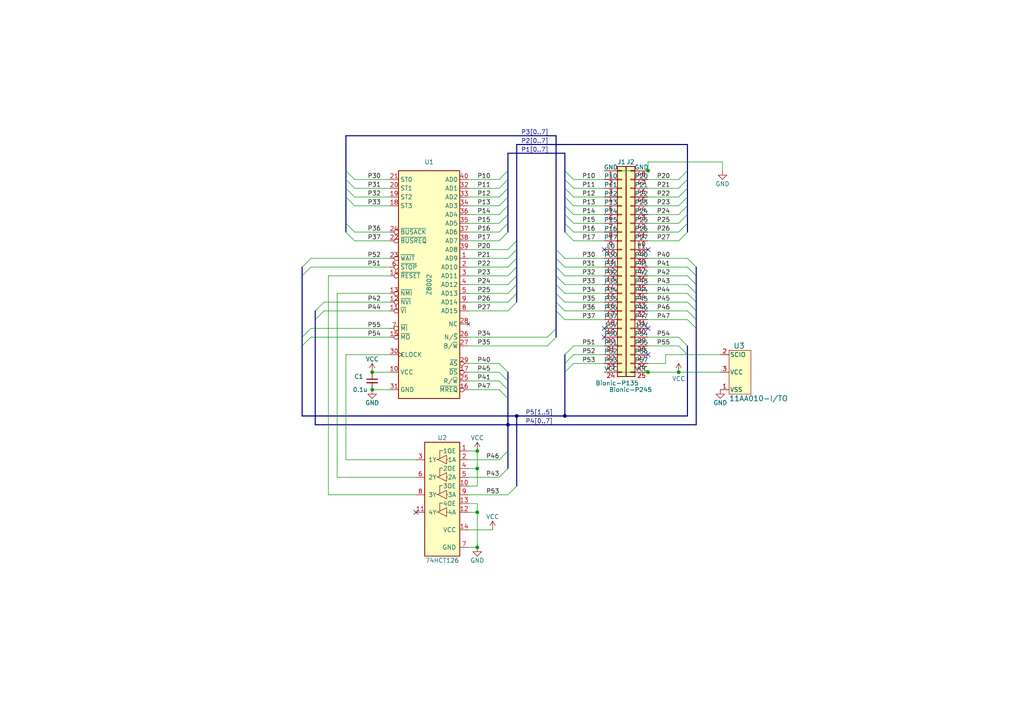
<source format=kicad_sch>
(kicad_sch (version 20230121) (generator eeschema)
  (paper "A4")
  (title_block (title "BionicZ8002") (date "2022-01-19") (rev "1") (company "Tadashi G. Takaoka"))
  (lib_symbols
    (symbol "0-LocalLibrary:11AA010-I_TO" (pin_names (offset 0.254))
      (property "Reference" "U" (at 2.54 1.27 0))
      (property "Value" "11AA010-I/TO" (at 3.81 -13.97 0))
      (symbol "11AA010-I_TO_1_1"
        (rectangle (start 0 0) (end 6.35 -12.7) (fill (type background)))
        (pin power_in line (at -2.54 -11.43 0) (length 2.54) (name "VSS") (number "1"))
        (pin bidirectional line (at -2.54 -1.27 0) (length 2.54) (name "SCIO") (number "2"))
        (pin power_in line (at -2.54 -6.35 0) (length 2.54) (name "VCC") (number "3"))
      )
    )
    (symbol "0-LocalLibrary:74HCT126" (pin_names (offset 1.016))
      (property "Reference" "U" (at 0 16.51 0))
      (property "Value" "74HCT126" (at 0 -19.05 0))
      (symbol "74HCT126_0_1"
        (polyline (pts (xy -1.2954 10.2108) (xy -1.6002 10.2108)))
        (polyline (pts (xy 1.2954 10.2362) (xy 1.651 10.2362)))
        (polyline (pts (xy 0.7112 10.5664) (xy 0.7112 12.827) (xy -0.127 12.827) (xy -0.1016 12.827)))
      )
      (symbol "74HCT126_1_0"
        (polyline (pts (xy 1.27 10.2362) (xy -1.27 11.5062) (xy -1.27 8.9662) (xy 1.27 10.2362)) (stroke (width 0.1524)))
        (pin input line (at -7.62 12.7 0) (length 2.54) (name "1OE") (number "1"))
        (pin input line (at -7.62 2.54 0) (length 2.54) (name "3OE") (number "10"))
        (pin tri_state line (at 7.62 -5.08 180) (length 2.54) (name "4Y") (number "11"))
        (pin input line (at -7.62 -5.08 0) (length 2.54) (name "4A") (number "12"))
        (pin input line (at -7.62 -2.54 0) (length 2.54) (name "4OE") (number "13"))
        (pin power_in line (at -7.62 -10.16 0) (length 2.54) (name "VCC") (number "14"))
        (pin input line (at -7.62 10.16 0) (length 2.54) (name "1A") (number "2"))
        (pin tri_state line (at 7.62 10.16 180) (length 2.54) (name "1Y") (number "3"))
        (pin input line (at -7.62 7.62 0) (length 2.54) (name "2OE") (number "4"))
        (pin input line (at -7.62 5.08 0) (length 2.54) (name "2A") (number "5"))
        (pin tri_state line (at 7.62 5.08 180) (length 2.54) (name "2Y") (number "6"))
        (pin power_in line (at -7.62 -15.24 0) (length 2.54) (name "GND") (number "7"))
        (pin tri_state line (at 7.62 0 180) (length 2.54) (name "3Y") (number "8"))
        (pin input line (at -7.62 0 0) (length 2.54) (name "3A") (number "9"))
      )
      (symbol "74HCT126_1_1"
        (rectangle (start -5.08 15.24) (end 5.08 -17.78) (stroke (width 0.254)) (fill (type background)))
        (polyline (pts (xy -1.2954 -5.0292) (xy -1.6002 -5.0292)))
        (polyline (pts (xy -1.2954 0.0508) (xy -1.6002 0.0508)))
        (polyline (pts (xy -1.2954 5.1308) (xy -1.6002 5.1308)))
        (polyline (pts (xy 1.2954 -5.0038) (xy 1.651 -5.0038)))
        (polyline (pts (xy 1.2954 0.0762) (xy 1.651 0.0762)))
        (polyline (pts (xy 1.2954 5.1562) (xy 1.651 5.1562)))
        (polyline (pts (xy 0.7112 -4.6736) (xy 0.7112 -2.413) (xy -0.127 -2.413) (xy -0.1016 -2.413)))
        (polyline (pts (xy 0.7112 0.4064) (xy 0.7112 2.667) (xy -0.127 2.667) (xy -0.1016 2.667)))
        (polyline (pts (xy 0.7112 5.4864) (xy 0.7112 7.747) (xy -0.127 7.747) (xy -0.1016 7.747)))
        (polyline (pts (xy 1.27 -5.0038) (xy -1.27 -3.7338) (xy -1.27 -6.2738) (xy 1.27 -5.0038)) (stroke (width 0.1524)))
        (polyline (pts (xy 1.27 0.0762) (xy -1.27 1.3462) (xy -1.27 -1.1938) (xy 1.27 0.0762)) (stroke (width 0.1524)))
        (polyline (pts (xy 1.27 5.1562) (xy -1.27 6.4262) (xy -1.27 3.8862) (xy 1.27 5.1562)) (stroke (width 0.1524)))
      )
    )
    (symbol "0-LocalLibrary:Bionic-P135" (pin_names (offset 0))
      (property "Reference" "J" (at 0 30.48 0))
      (property "Value" "Bionic-P135" (at -1.27 -33.02 0))
      (symbol "Bionic-P135_1_1"
        (rectangle (start -1.27 -30.353) (end 0 -30.607) (stroke (width 0.1524)))
        (rectangle (start -1.27 -27.813) (end 0 -28.067) (stroke (width 0.1524)))
        (rectangle (start -1.27 -25.273) (end 0 -25.527) (stroke (width 0.1524)))
        (rectangle (start -1.27 -22.733) (end 0 -22.987) (stroke (width 0.1524)))
        (rectangle (start -1.27 -20.193) (end 0 -20.447) (stroke (width 0.1524)))
        (rectangle (start -1.27 -17.653) (end 0 -17.907) (stroke (width 0.1524)))
        (rectangle (start -1.27 -15.113) (end 0 -15.367) (stroke (width 0.1524)))
        (rectangle (start -1.27 -12.573) (end 0 -12.827) (stroke (width 0.1524)))
        (rectangle (start -1.27 -10.033) (end 0 -10.287) (stroke (width 0.1524)))
        (rectangle (start -1.27 -7.493) (end 0 -7.747) (stroke (width 0.1524)))
        (rectangle (start -1.27 -4.953) (end 0 -5.207) (stroke (width 0.1524)))
        (rectangle (start -1.27 -2.413) (end 0 -2.667) (stroke (width 0.1524)))
        (rectangle (start -1.27 0.127) (end 0 -0.127) (stroke (width 0.1524)))
        (rectangle (start -1.27 2.667) (end 0 2.413) (stroke (width 0.1524)))
        (rectangle (start -1.27 5.207) (end 0 4.953) (stroke (width 0.1524)))
        (rectangle (start -1.27 7.747) (end 0 7.493) (stroke (width 0.1524)))
        (rectangle (start -1.27 10.287) (end 0 10.033) (stroke (width 0.1524)))
        (rectangle (start -1.27 12.827) (end 0 12.573) (stroke (width 0.1524)))
        (rectangle (start -1.27 15.367) (end 0 15.113) (stroke (width 0.1524)))
        (rectangle (start -1.27 17.907) (end 0 17.653) (stroke (width 0.1524)))
        (rectangle (start -1.27 20.447) (end 0 20.193) (stroke (width 0.1524)))
        (rectangle (start -1.27 22.987) (end 0 22.733) (stroke (width 0.1524)))
        (rectangle (start -1.27 25.527) (end 0 25.273) (stroke (width 0.1524)))
        (rectangle (start -1.27 28.067) (end 0 27.813) (stroke (width 0.1524)))
        (rectangle (start -1.27 29.21) (end 1.27 -31.75) (stroke (width 0.254)) (fill (type background)))
        (pin power_out line (at -5.08 27.94 0) (length 3.81) (name "GND") (number "1"))
        (pin bidirectional line (at -5.08 5.08 0) (length 3.81) (name "E0") (number "10"))
        (pin bidirectional line (at -5.08 2.54 0) (length 3.81) (name "P30") (number "11"))
        (pin bidirectional line (at -5.08 0 0) (length 3.81) (name "P31") (number "12"))
        (pin bidirectional line (at -5.08 -2.54 0) (length 3.81) (name "P32") (number "13"))
        (pin bidirectional line (at -5.08 -5.08 0) (length 3.81) (name "P33") (number "14"))
        (pin bidirectional line (at -5.08 -7.62 0) (length 3.81) (name "P34") (number "15"))
        (pin bidirectional line (at -5.08 -10.16 0) (length 3.81) (name "P35") (number "16"))
        (pin bidirectional line (at -5.08 -12.7 0) (length 3.81) (name "P36") (number "17"))
        (pin bidirectional line (at -5.08 -15.24 0) (length 3.81) (name "P37") (number "18"))
        (pin power_out line (at -5.08 -17.78 0) (length 3.81) (name "15V") (number "19"))
        (pin bidirectional line (at -5.08 25.4 0) (length 3.81) (name "P10") (number "2"))
        (pin bidirectional line (at -5.08 -20.32 0) (length 3.81) (name "P50") (number "20"))
        (pin bidirectional line (at -5.08 -22.86 0) (length 3.81) (name "P51") (number "21"))
        (pin bidirectional line (at -5.08 -25.4 0) (length 3.81) (name "P52") (number "22"))
        (pin bidirectional line (at -5.08 -27.94 0) (length 3.81) (name "P53") (number "23"))
        (pin power_out line (at -5.08 -30.48 0) (length 3.81) (name "VCC") (number "24"))
        (pin bidirectional line (at -5.08 22.86 0) (length 3.81) (name "P11") (number "3"))
        (pin bidirectional line (at -5.08 20.32 0) (length 3.81) (name "P12") (number "4"))
        (pin bidirectional line (at -5.08 17.78 0) (length 3.81) (name "P13") (number "5"))
        (pin bidirectional line (at -5.08 15.24 0) (length 3.81) (name "P14") (number "6"))
        (pin bidirectional line (at -5.08 12.7 0) (length 3.81) (name "P15") (number "7"))
        (pin bidirectional line (at -5.08 10.16 0) (length 3.81) (name "P16") (number "8"))
        (pin bidirectional line (at -5.08 7.62 0) (length 3.81) (name "P17") (number "9"))
      )
    )
    (symbol "0-LocalLibrary:Bionic-P245" (pin_names (offset 0))
      (property "Reference" "J" (at -3.81 30.48 0))
      (property "Value" "Bionic-P245" (at -1.27 -33.02 0))
      (symbol "Bionic-P245_1_1"
        (rectangle (start -5.08 -31.75) (end -2.54 29.21) (stroke (width 0.254)) (fill (type background)))
        (rectangle (start -3.81 -30.607) (end -2.54 -30.353) (stroke (width 0.1524)))
        (rectangle (start -3.81 -28.067) (end -2.54 -27.813) (stroke (width 0.1524)))
        (rectangle (start -3.81 -25.527) (end -2.54 -25.273) (stroke (width 0.1524)))
        (rectangle (start -3.81 -22.987) (end -2.54 -22.733) (stroke (width 0.1524)))
        (rectangle (start -3.81 -20.447) (end -2.54 -20.193) (stroke (width 0.1524)))
        (rectangle (start -3.81 -17.907) (end -2.54 -17.653) (stroke (width 0.1524)))
        (rectangle (start -3.81 -15.367) (end -2.54 -15.113) (stroke (width 0.1524)))
        (rectangle (start -3.81 -12.827) (end -2.54 -12.573) (stroke (width 0.1524)))
        (rectangle (start -3.81 -10.287) (end -2.54 -10.033) (stroke (width 0.1524)))
        (rectangle (start -3.81 -7.747) (end -2.54 -7.493) (stroke (width 0.1524)))
        (rectangle (start -3.81 -5.207) (end -2.54 -4.953) (stroke (width 0.1524)))
        (rectangle (start -3.81 -2.667) (end -2.54 -2.413) (stroke (width 0.1524)))
        (rectangle (start -3.81 -0.127) (end -2.54 0.127) (stroke (width 0.1524)))
        (rectangle (start -3.81 2.413) (end -2.54 2.667) (stroke (width 0.1524)))
        (rectangle (start -3.81 4.953) (end -2.54 5.207) (stroke (width 0.1524)))
        (rectangle (start -3.81 7.493) (end -2.54 7.747) (stroke (width 0.1524)))
        (rectangle (start -3.81 10.033) (end -2.54 10.287) (stroke (width 0.1524)))
        (rectangle (start -3.81 12.573) (end -2.54 12.827) (stroke (width 0.1524)))
        (rectangle (start -3.81 15.113) (end -2.54 15.367) (stroke (width 0.1524)))
        (rectangle (start -3.81 17.653) (end -2.54 17.907) (stroke (width 0.1524)))
        (rectangle (start -3.81 20.193) (end -2.54 20.447) (stroke (width 0.1524)))
        (rectangle (start -3.81 22.733) (end -2.54 22.987) (stroke (width 0.1524)))
        (rectangle (start -3.81 25.273) (end -2.54 25.527) (stroke (width 0.1524)))
        (rectangle (start -3.81 27.813) (end -2.54 28.067) (stroke (width 0.1524)))
        (pin power_in line (at 1.27 -30.48 180) (length 3.81) (name "VCC") (number "25"))
        (pin bidirectional line (at 1.27 -27.94 180) (length 3.81) (name "P57") (number "26"))
        (pin bidirectional line (at 1.27 -25.4 180) (length 3.81) (name "P56") (number "27"))
        (pin bidirectional line (at 1.27 -22.86 180) (length 3.81) (name "P55") (number "28"))
        (pin bidirectional line (at 1.27 -20.32 180) (length 3.81) (name "P54") (number "29"))
        (pin power_in line (at 1.27 -17.78 180) (length 3.81) (name "15V") (number "30"))
        (pin bidirectional line (at 1.27 -15.24 180) (length 3.81) (name "P47") (number "31"))
        (pin bidirectional line (at 1.27 -12.7 180) (length 3.81) (name "P46") (number "32"))
        (pin bidirectional line (at 1.27 -10.16 180) (length 3.81) (name "P45") (number "33"))
        (pin bidirectional line (at 1.27 -7.62 180) (length 3.81) (name "P44") (number "34"))
        (pin bidirectional line (at 1.27 -5.08 180) (length 3.81) (name "P43") (number "35"))
        (pin bidirectional line (at 1.27 -2.54 180) (length 3.81) (name "P42") (number "36"))
        (pin bidirectional line (at 1.27 0 180) (length 3.81) (name "P41") (number "37"))
        (pin bidirectional line (at 1.27 2.54 180) (length 3.81) (name "P40") (number "38"))
        (pin bidirectional line (at 1.27 5.08 180) (length 3.81) (name "E1") (number "39"))
        (pin bidirectional line (at 1.27 7.62 180) (length 3.81) (name "P27") (number "40"))
        (pin bidirectional line (at 1.27 10.16 180) (length 3.81) (name "P26") (number "41"))
        (pin bidirectional line (at 1.27 12.7 180) (length 3.81) (name "P25") (number "42"))
        (pin bidirectional line (at 1.27 15.24 180) (length 3.81) (name "P24") (number "43"))
        (pin bidirectional line (at 1.27 17.78 180) (length 3.81) (name "P23") (number "44"))
        (pin bidirectional line (at 1.27 20.32 180) (length 3.81) (name "P22") (number "45"))
        (pin bidirectional line (at 1.27 22.86 180) (length 3.81) (name "P21") (number "46"))
        (pin bidirectional line (at 1.27 25.4 180) (length 3.81) (name "P20") (number "47"))
        (pin power_in line (at 1.27 27.94 180) (length 3.81) (name "GND") (number "48"))
      )
    )
    (symbol "0-LocalLibrary:Z8002"
      (property "Reference" "U" (at -1.27 34.29 0))
      (property "Value" "Z8002" (at 0 -3.81 90))
      (symbol "Z8002_0_1"
        (rectangle (start -8.89 -33.02) (end 8.89 33.02) (stroke (width 0.254)) (fill (type background)))
      )
      (symbol "Z8002_1_1"
        (pin bidirectional line (at 11.43 7.62 180) (length 2.54) (name "AD9") (number "1"))
        (pin power_in line (at -11.43 -25.4 0) (length 2.54) (name "VCC") (number "10"))
        (pin input inverted (at -11.43 -7.62 0) (length 2.54) (name "~{VI}") (number "11"))
        (pin input inverted (at -11.43 -5.08 0) (length 2.54) (name "~{NVI}") (number "12"))
        (pin input inverted (at -11.43 -2.54 0) (length 2.54) (name "~{NMI}") (number "13"))
        (pin input inverted (at -11.43 2.54 0) (length 2.54) (name "~{RESET}") (number "14"))
        (pin output inverted (at -11.43 -15.24 0) (length 2.54) (name "~{MO}") (number "15"))
        (pin output inverted (at 11.43 -30.48 180) (length 2.54) (name "~{MREQ}") (number "16"))
        (pin output inverted (at 11.43 -25.4 180) (length 2.54) (name "~{DS}") (number "17"))
        (pin output line (at -11.43 22.86 0) (length 2.54) (name "ST3") (number "18"))
        (pin output line (at -11.43 25.4 0) (length 2.54) (name "ST2") (number "19"))
        (pin bidirectional line (at 11.43 5.08 180) (length 2.54) (name "AD10") (number "2"))
        (pin output line (at -11.43 27.94 0) (length 2.54) (name "ST1") (number "20"))
        (pin output line (at -11.43 30.48 0) (length 2.54) (name "ST0") (number "21"))
        (pin input inverted (at -11.43 12.7 0) (length 2.54) (name "~{BUSREQ}") (number "22"))
        (pin input inverted (at -11.43 7.62 0) (length 2.54) (name "~{WAIT}") (number "23"))
        (pin output inverted (at -11.43 15.24 0) (length 2.54) (name "~{BUSACK}") (number "24"))
        (pin output line (at 11.43 -27.94 180) (length 2.54) (name "R/~{W}") (number "25"))
        (pin output line (at 11.43 -15.24 180) (length 2.54) (name "N/~{S}") (number "26"))
        (pin output line (at 11.43 -17.78 180) (length 2.54) (name "B/~{W}") (number "27"))
        (pin no_connect line (at 11.43 -11.43 180) (length 2.54) (name "NC") (number "28"))
        (pin output inverted (at 11.43 -22.86 180) (length 2.54) (name "~{AS}") (number "29"))
        (pin bidirectional line (at 11.43 2.54 180) (length 2.54) (name "AD11") (number "3"))
        (pin input clock (at -11.43 -20.32 0) (length 2.54) (name "CLOCK") (number "30"))
        (pin power_in line (at -11.43 -30.48 0) (length 2.54) (name "GND") (number "31"))
        (pin bidirectional line (at 11.43 27.94 180) (length 2.54) (name "AD1") (number "32"))
        (pin bidirectional line (at 11.43 25.4 180) (length 2.54) (name "AD2") (number "33"))
        (pin bidirectional line (at 11.43 22.86 180) (length 2.54) (name "AD3") (number "34"))
        (pin bidirectional line (at 11.43 17.78 180) (length 2.54) (name "AD5") (number "35"))
        (pin bidirectional line (at 11.43 20.32 180) (length 2.54) (name "AD4") (number "36"))
        (pin bidirectional line (at 11.43 15.24 180) (length 2.54) (name "AD6") (number "37"))
        (pin bidirectional line (at 11.43 12.7 180) (length 2.54) (name "AD7") (number "38"))
        (pin bidirectional line (at 11.43 10.16 180) (length 2.54) (name "AD8") (number "39"))
        (pin bidirectional line (at 11.43 0 180) (length 2.54) (name "AD12") (number "4"))
        (pin bidirectional line (at 11.43 30.48 180) (length 2.54) (name "AD0") (number "40"))
        (pin bidirectional line (at 11.43 -2.54 180) (length 2.54) (name "AD13") (number "5"))
        (pin input inverted (at -11.43 5.08 0) (length 2.54) (name "~{STOP}") (number "6"))
        (pin input inverted (at -11.43 -12.7 0) (length 2.54) (name "~{MI}") (number "7"))
        (pin bidirectional line (at 11.43 -7.62 180) (length 2.54) (name "AD15") (number "8"))
        (pin bidirectional line (at 11.43 -5.08 180) (length 2.54) (name "AD14") (number "9"))
      )
    )
    (symbol "Device:C_Small" (pin_numbers hide) (pin_names (offset 0.254) hide)
      (property "Reference" "C" (at 0.254 1.778 0))
      (property "Value" "C_Small" (at 0.254 -2.032 0))
      (symbol "C_Small_0_1"
        (polyline (pts (xy -1.524 -0.508) (xy 1.524 -0.508)) (stroke (width 0.3302)))
        (polyline (pts (xy -1.524 0.508) (xy 1.524 0.508)) (stroke (width 0.3048)))
      )
      (symbol "C_Small_1_1"
        (pin passive line (at 0 2.54 270) (length 2.032) (name "~") (number "1"))
        (pin passive line (at 0 -2.54 90) (length 2.032) (name "~") (number "2"))
      )
    )
    (symbol "power:GND" (power) (pin_names (offset 0))
      (property "Value" "GND" (at 0 -3.81 0))
      (symbol "GND_0_1"
        (polyline (pts (xy 0 0) (xy 0 -1.27) (xy 1.27 -1.27) (xy 0 -2.54) (xy -1.27 -1.27) (xy 0 -1.27)))
      )
      (symbol "GND_1_1"
        (pin power_in line (at 0 0 270) (length 0) hide (name "GND") (number "1"))
      )
    )
    (symbol "power:VCC" (power) (pin_names (offset 0))
      (property "Value" "VCC" (at 0 3.81 0))
      (symbol "VCC_0_1"
        (polyline (pts (xy -0.762 1.27) (xy 0 2.54)))
        (polyline (pts (xy 0 0) (xy 0 2.54)))
        (polyline (pts (xy 0 2.54) (xy 0.762 1.27)))
      )
      (symbol "VCC_1_1"
        (pin power_in line (at 0 0 90) (length 0) hide (name "VCC") (number "1"))
      )
    )
  )
  (junction (at 138.43 135.89))
  (junction (at 163.83 120.65))
  (junction (at 196.85 107.95))
  (junction (at 138.43 130.81))
  (junction (at 107.95 107.95))
  (junction (at 138.43 158.75))
  (junction (at 187.96 49.53))
  (junction (at 107.95 113.03))
  (junction (at 138.43 148.59))
  (junction (at 147.32 123.19))
  (junction (at 149.86 120.65))
  (junction (at 187.96 107.95))
  (no_connect (at 187.96 102.87))
  (no_connect (at 120.65 148.59))
  (no_connect (at 187.96 72.39))
  (no_connect (at 187.96 95.25))
  (no_connect (at 175.26 95.25))
  (no_connect (at 175.26 72.39))
  (no_connect (at 175.26 97.79))
  (bus_entry (at 199.39 57.15) (size -2.54 2.54))
  (bus_entry (at 149.86 140.97) (size -2.54 2.54))
  (bus_entry (at 199.39 54.61) (size -2.54 2.54))
  (bus_entry (at 91.44 92.71) (size 2.54 -2.54))
  (bus_entry (at 199.39 80.01) (size 2.54 2.54))
  (bus_entry (at 100.33 49.53) (size 2.54 2.54))
  (bus_entry (at 199.39 87.63) (size 2.54 2.54))
  (bus_entry (at 166.37 64.77) (size -2.54 -2.54))
  (bus_entry (at 166.37 105.41) (size -2.54 2.54))
  (bus_entry (at 163.83 77.47) (size -2.54 -2.54))
  (bus_entry (at 166.37 100.33) (size -2.54 2.54))
  (bus_entry (at 149.86 69.85) (size -2.54 2.54))
  (bus_entry (at 196.85 97.79) (size 2.54 2.54))
  (bus_entry (at 144.78 107.95) (size 2.54 2.54))
  (bus_entry (at 199.39 85.09) (size 2.54 2.54))
  (bus_entry (at 149.86 87.63) (size -2.54 2.54))
  (bus_entry (at 144.78 52.07) (size 2.54 -2.54))
  (bus_entry (at 144.78 69.85) (size 2.54 -2.54))
  (bus_entry (at 163.83 87.63) (size -2.54 -2.54))
  (bus_entry (at 90.17 74.93) (size -2.54 2.54))
  (bus_entry (at 144.78 64.77) (size 2.54 -2.54))
  (bus_entry (at 199.39 64.77) (size -2.54 2.54))
  (bus_entry (at 199.39 62.23) (size -2.54 2.54))
  (bus_entry (at 163.83 80.01) (size -2.54 -2.54))
  (bus_entry (at 100.33 67.31) (size 2.54 2.54))
  (bus_entry (at 163.83 82.55) (size -2.54 -2.54))
  (bus_entry (at 166.37 54.61) (size -2.54 -2.54))
  (bus_entry (at 199.39 74.93) (size 2.54 2.54))
  (bus_entry (at 149.86 85.09) (size -2.54 2.54))
  (bus_entry (at 149.86 74.93) (size -2.54 2.54))
  (bus_entry (at 147.32 130.81) (size -2.54 2.54))
  (bus_entry (at 166.37 59.69) (size -2.54 -2.54))
  (bus_entry (at 144.78 113.03) (size 2.54 2.54))
  (bus_entry (at 166.37 67.31) (size -2.54 -2.54))
  (bus_entry (at 166.37 102.87) (size -2.54 2.54))
  (bus_entry (at 166.37 57.15) (size -2.54 -2.54))
  (bus_entry (at 166.37 52.07) (size -2.54 -2.54))
  (bus_entry (at 161.29 95.25) (size -2.54 2.54))
  (bus_entry (at 87.63 100.33) (size 2.54 -2.54))
  (bus_entry (at 144.78 105.41) (size 2.54 2.54))
  (bus_entry (at 166.37 62.23) (size -2.54 -2.54))
  (bus_entry (at 199.39 59.69) (size -2.54 2.54))
  (bus_entry (at 199.39 92.71) (size 2.54 2.54))
  (bus_entry (at 100.33 57.15) (size 2.54 2.54))
  (bus_entry (at 199.39 90.17) (size 2.54 2.54))
  (bus_entry (at 163.83 85.09) (size -2.54 -2.54))
  (bus_entry (at 199.39 49.53) (size -2.54 2.54))
  (bus_entry (at 144.78 110.49) (size 2.54 2.54))
  (bus_entry (at 196.85 100.33) (size 2.54 2.54))
  (bus_entry (at 144.78 57.15) (size 2.54 -2.54))
  (bus_entry (at 91.44 90.17) (size 2.54 -2.54))
  (bus_entry (at 144.78 67.31) (size 2.54 -2.54))
  (bus_entry (at 100.33 54.61) (size 2.54 2.54))
  (bus_entry (at 161.29 97.79) (size -2.54 2.54))
  (bus_entry (at 149.86 80.01) (size -2.54 2.54))
  (bus_entry (at 100.33 64.77) (size 2.54 2.54))
  (bus_entry (at 199.39 82.55) (size 2.54 2.54))
  (bus_entry (at 163.83 74.93) (size -2.54 -2.54))
  (bus_entry (at 144.78 54.61) (size 2.54 -2.54))
  (bus_entry (at 149.86 82.55) (size -2.54 2.54))
  (bus_entry (at 166.37 69.85) (size -2.54 -2.54))
  (bus_entry (at 149.86 77.47) (size -2.54 2.54))
  (bus_entry (at 199.39 52.07) (size -2.54 2.54))
  (bus_entry (at 147.32 135.89) (size -2.54 2.54))
  (bus_entry (at 163.83 92.71) (size -2.54 -2.54))
  (bus_entry (at 100.33 52.07) (size 2.54 2.54))
  (bus_entry (at 199.39 77.47) (size 2.54 2.54))
  (bus_entry (at 87.63 97.79) (size 2.54 -2.54))
  (bus_entry (at 149.86 72.39) (size -2.54 2.54))
  (bus_entry (at 144.78 59.69) (size 2.54 -2.54))
  (bus_entry (at 90.17 77.47) (size -2.54 2.54))
  (bus_entry (at 199.39 67.31) (size -2.54 2.54))
  (bus_entry (at 163.83 90.17) (size -2.54 -2.54))
  (bus_entry (at 144.78 62.23) (size 2.54 -2.54))
  (bus (pts (xy 161.29 82.55) (xy 161.29 80.01)))
  (wire (pts (xy 102.87 59.69) (xy 113.03 59.69)))
  (wire (pts (xy 135.89 59.69) (xy 144.78 59.69)))
  (bus (pts (xy 199.39 62.23) (xy 199.39 64.77)))
  (wire (pts (xy 175.26 80.01) (xy 163.83 80.01)))
  (wire (pts (xy 193.04 105.41) (xy 193.04 102.87)))
  (bus (pts (xy 161.29 87.63) (xy 161.29 85.09)))
  (wire (pts (xy 199.39 102.87) (xy 208.915 102.87)))
  (bus (pts (xy 163.83 57.15) (xy 163.83 59.69)))
  (bus (pts (xy 199.39 41.91) (xy 149.86 41.91)))
  (wire (pts (xy 102.87 67.31) (xy 113.03 67.31)))
  (wire (pts (xy 163.83 90.17) (xy 175.26 90.17)))
  (wire (pts (xy 135.89 90.17) (xy 147.32 90.17)))
  (bus (pts (xy 149.86 85.09) (xy 149.86 87.63)))
  (wire (pts (xy 138.43 146.05) (xy 138.43 148.59)))
  (bus (pts (xy 199.39 49.53) (xy 199.39 52.07)))
  (bus (pts (xy 201.93 80.01) (xy 201.93 82.55)))
  (bus (pts (xy 199.39 64.77) (xy 199.39 67.31)))
  (bus (pts (xy 149.86 69.85) (xy 149.86 72.39)))
  (wire (pts (xy 135.89 97.79) (xy 158.75 97.79)))
  (wire (pts (xy 138.43 140.97) (xy 138.43 135.89)))
  (wire (pts (xy 102.87 69.85) (xy 113.03 69.85)))
  (bus (pts (xy 161.29 74.93) (xy 161.29 72.39)))
  (wire (pts (xy 135.89 143.51) (xy 147.32 143.51)))
  (bus (pts (xy 147.32 123.19) (xy 91.44 123.19)))
  (wire (pts (xy 120.65 133.35) (xy 100.33 133.35)))
  (wire (pts (xy 102.87 57.15) (xy 113.03 57.15)))
  (wire (pts (xy 135.89 74.93) (xy 147.32 74.93)))
  (bus (pts (xy 201.93 87.63) (xy 201.93 90.17)))
  (wire (pts (xy 102.87 54.61) (xy 113.03 54.61)))
  (wire (pts (xy 175.26 100.33) (xy 166.37 100.33)))
  (bus (pts (xy 147.32 64.77) (xy 147.32 67.31)))
  (wire (pts (xy 187.96 54.61) (xy 196.85 54.61)))
  (wire (pts (xy 193.04 102.87) (xy 199.39 102.87)))
  (wire (pts (xy 135.89 67.31) (xy 144.78 67.31)))
  (bus (pts (xy 147.32 49.53) (xy 147.32 52.07)))
  (wire (pts (xy 135.89 153.67) (xy 142.875 153.67)))
  (bus (pts (xy 201.93 123.19) (xy 147.32 123.19)))
  (wire (pts (xy 138.43 130.81) (xy 138.43 135.89)))
  (wire (pts (xy 175.26 69.85) (xy 166.37 69.85)))
  (bus (pts (xy 100.33 39.37) (xy 100.33 49.53)))
  (wire (pts (xy 187.96 82.55) (xy 199.39 82.55)))
  (bus (pts (xy 199.39 57.15) (xy 199.39 59.69)))
  (bus (pts (xy 163.83 64.77) (xy 163.83 67.31)))
  (bus (pts (xy 163.83 62.23) (xy 163.83 64.77)))
  (bus (pts (xy 201.93 77.47) (xy 201.93 80.01)))
  (bus (pts (xy 149.86 77.47) (xy 149.86 80.01)))
  (bus (pts (xy 201.93 82.55) (xy 201.93 85.09)))
  (bus (pts (xy 163.83 102.87) (xy 163.83 105.41)))
  (wire (pts (xy 135.89 72.39) (xy 147.32 72.39)))
  (wire (pts (xy 135.89 57.15) (xy 144.78 57.15)))
  (wire (pts (xy 135.89 69.85) (xy 144.78 69.85)))
  (bus (pts (xy 199.39 102.87) (xy 199.39 120.65)))
  (wire (pts (xy 175.26 49.53) (xy 187.96 49.53)))
  (wire (pts (xy 135.89 82.55) (xy 147.32 82.55)))
  (bus (pts (xy 100.33 54.61) (xy 100.33 57.15)))
  (wire (pts (xy 100.33 102.87) (xy 100.33 133.35)))
  (bus (pts (xy 147.32 115.57) (xy 147.32 123.19)))
  (wire (pts (xy 138.43 148.59) (xy 138.43 158.75)))
  (bus (pts (xy 199.39 54.61) (xy 199.39 57.15)))
  (wire (pts (xy 135.89 54.61) (xy 144.78 54.61)))
  (wire (pts (xy 107.95 113.03) (xy 113.03 113.03)))
  (wire (pts (xy 187.96 52.07) (xy 196.85 52.07)))
  (bus (pts (xy 147.32 130.81) (xy 147.32 135.89)))
  (wire (pts (xy 135.89 146.05) (xy 138.43 146.05)))
  (wire (pts (xy 90.17 95.25) (xy 113.03 95.25)))
  (wire (pts (xy 135.89 110.49) (xy 144.78 110.49)))
  (wire (pts (xy 187.96 59.69) (xy 196.85 59.69)))
  (bus (pts (xy 161.29 90.17) (xy 161.29 95.25)))
  (wire (pts (xy 175.26 107.95) (xy 187.96 107.95)))
  (wire (pts (xy 113.03 102.87) (xy 100.33 102.87)))
  (wire (pts (xy 187.96 74.93) (xy 199.39 74.93)))
  (wire (pts (xy 175.26 59.69) (xy 166.37 59.69)))
  (bus (pts (xy 87.63 97.79) (xy 87.63 100.33)))
  (wire (pts (xy 135.89 80.01) (xy 147.32 80.01)))
  (wire (pts (xy 187.96 80.01) (xy 199.39 80.01)))
  (bus (pts (xy 149.86 80.01) (xy 149.86 82.55)))
  (bus (pts (xy 149.86 120.65) (xy 163.83 120.65)))
  (bus (pts (xy 91.44 92.71) (xy 91.44 123.19)))
  (wire (pts (xy 135.89 148.59) (xy 138.43 148.59)))
  (wire (pts (xy 135.89 64.77) (xy 144.78 64.77)))
  (wire (pts (xy 95.25 80.01) (xy 113.03 80.01)))
  (bus (pts (xy 161.29 85.09) (xy 161.29 82.55)))
  (wire (pts (xy 175.26 54.61) (xy 166.37 54.61)))
  (wire (pts (xy 175.26 102.87) (xy 166.37 102.87)))
  (wire (pts (xy 97.79 85.09) (xy 97.79 138.43)))
  (wire (pts (xy 135.89 130.81) (xy 138.43 130.81)))
  (wire (pts (xy 187.96 85.09) (xy 199.39 85.09)))
  (wire (pts (xy 135.89 133.35) (xy 144.78 133.35)))
  (bus (pts (xy 201.93 95.25) (xy 201.93 123.19)))
  (wire (pts (xy 113.03 77.47) (xy 90.17 77.47)))
  (bus (pts (xy 147.32 52.07) (xy 147.32 54.61)))
  (wire (pts (xy 135.89 77.47) (xy 147.32 77.47)))
  (bus (pts (xy 199.39 41.91) (xy 199.39 49.53)))
  (wire (pts (xy 175.26 67.31) (xy 166.37 67.31)))
  (bus (pts (xy 100.33 64.77) (xy 100.33 67.31)))
  (wire (pts (xy 93.98 87.63) (xy 113.03 87.63)))
  (bus (pts (xy 149.86 120.65) (xy 149.86 140.97)))
  (wire (pts (xy 196.85 107.95) (xy 208.915 107.95)))
  (wire (pts (xy 120.65 143.51) (xy 95.25 143.51)))
  (wire (pts (xy 107.95 107.95) (xy 113.03 107.95)))
  (bus (pts (xy 100.33 49.53) (xy 100.33 52.07)))
  (wire (pts (xy 175.26 92.71) (xy 163.83 92.71)))
  (wire (pts (xy 97.79 138.43) (xy 120.65 138.43)))
  (bus (pts (xy 163.83 52.07) (xy 163.83 54.61)))
  (bus (pts (xy 147.32 54.61) (xy 147.32 57.15)))
  (wire (pts (xy 175.26 64.77) (xy 166.37 64.77)))
  (bus (pts (xy 201.93 85.09) (xy 201.93 87.63)))
  (wire (pts (xy 187.96 97.79) (xy 196.85 97.79)))
  (bus (pts (xy 87.63 80.01) (xy 87.63 97.79)))
  (bus (pts (xy 87.63 120.65) (xy 149.86 120.65)))
  (bus (pts (xy 199.39 52.07) (xy 199.39 54.61)))
  (wire (pts (xy 187.96 46.99) (xy 209.55 46.99)))
  (bus (pts (xy 87.63 77.47) (xy 87.63 80.01)))
  (wire (pts (xy 187.96 62.23) (xy 196.85 62.23)))
  (bus (pts (xy 149.86 82.55) (xy 149.86 85.09)))
  (wire (pts (xy 175.26 57.15) (xy 166.37 57.15)))
  (bus (pts (xy 163.83 54.61) (xy 163.83 57.15)))
  (bus (pts (xy 87.63 100.33) (xy 87.63 120.65)))
  (bus (pts (xy 161.29 90.17) (xy 161.29 87.63)))
  (wire (pts (xy 187.96 77.47) (xy 199.39 77.47)))
  (wire (pts (xy 187.96 105.41) (xy 193.04 105.41)))
  (wire (pts (xy 135.89 135.89) (xy 138.43 135.89)))
  (bus (pts (xy 163.83 105.41) (xy 163.83 107.95)))
  (wire (pts (xy 175.26 105.41) (xy 166.37 105.41)))
  (wire (pts (xy 135.89 87.63) (xy 147.32 87.63)))
  (wire (pts (xy 187.96 57.15) (xy 196.85 57.15)))
  (wire (pts (xy 135.89 140.97) (xy 138.43 140.97)))
  (wire (pts (xy 187.96 87.63) (xy 199.39 87.63)))
  (wire (pts (xy 113.03 85.09) (xy 97.79 85.09)))
  (bus (pts (xy 163.83 107.95) (xy 163.83 120.65)))
  (bus (pts (xy 161.29 77.47) (xy 161.29 74.93)))
  (wire (pts (xy 135.89 62.23) (xy 144.78 62.23)))
  (bus (pts (xy 100.33 39.37) (xy 161.29 39.37)))
  (wire (pts (xy 90.17 97.79) (xy 113.03 97.79)))
  (wire (pts (xy 135.89 100.33) (xy 158.75 100.33)))
  (bus (pts (xy 161.29 95.25) (xy 161.29 97.79)))
  (wire (pts (xy 102.87 52.07) (xy 113.03 52.07)))
  (bus (pts (xy 147.32 113.03) (xy 147.32 115.57)))
  (wire (pts (xy 187.96 92.71) (xy 199.39 92.71)))
  (wire (pts (xy 175.26 62.23) (xy 166.37 62.23)))
  (wire (pts (xy 135.89 85.09) (xy 147.32 85.09)))
  (bus (pts (xy 149.86 41.91) (xy 149.86 69.85)))
  (bus (pts (xy 147.32 107.95) (xy 147.32 110.49)))
  (bus (pts (xy 147.32 44.45) (xy 163.83 44.45)))
  (wire (pts (xy 144.78 138.43) (xy 135.89 138.43)))
  (bus (pts (xy 147.32 57.15) (xy 147.32 59.69)))
  (bus (pts (xy 149.86 72.39) (xy 149.86 74.93)))
  (wire (pts (xy 163.83 87.63) (xy 175.26 87.63)))
  (wire (pts (xy 93.98 90.17) (xy 113.03 90.17)))
  (bus (pts (xy 147.32 62.23) (xy 147.32 64.77)))
  (wire (pts (xy 187.96 67.31) (xy 196.85 67.31)))
  (wire (pts (xy 175.26 52.07) (xy 166.37 52.07)))
  (bus (pts (xy 147.32 44.45) (xy 147.32 49.53)))
  (bus (pts (xy 161.29 80.01) (xy 161.29 77.47)))
  (wire (pts (xy 135.89 113.03) (xy 144.78 113.03)))
  (bus (pts (xy 100.33 52.07) (xy 100.33 54.61)))
  (wire (pts (xy 187.96 46.99) (xy 187.96 49.53)))
  (bus (pts (xy 147.32 59.69) (xy 147.32 62.23)))
  (bus (pts (xy 163.83 49.53) (xy 163.83 52.07)))
  (wire (pts (xy 163.83 85.09) (xy 175.26 85.09)))
  (wire (pts (xy 187.96 100.33) (xy 196.85 100.33)))
  (wire (pts (xy 187.96 69.85) (xy 196.85 69.85)))
  (bus (pts (xy 91.44 90.17) (xy 91.44 92.71)))
  (bus (pts (xy 199.39 59.69) (xy 199.39 62.23)))
  (wire (pts (xy 187.96 90.17) (xy 199.39 90.17)))
  (bus (pts (xy 163.83 44.45) (xy 163.83 49.53)))
  (wire (pts (xy 135.89 105.41) (xy 144.78 105.41)))
  (wire (pts (xy 135.89 52.07) (xy 144.78 52.07)))
  (wire (pts (xy 187.96 107.95) (xy 196.85 107.95)))
  (bus (pts (xy 201.93 92.71) (xy 201.93 95.25)))
  (wire (pts (xy 175.26 74.93) (xy 163.83 74.93)))
  (wire (pts (xy 175.26 77.47) (xy 163.83 77.47)))
  (bus (pts (xy 163.83 120.65) (xy 199.39 120.65)))
  (wire (pts (xy 113.03 74.93) (xy 90.17 74.93)))
  (wire (pts (xy 135.89 158.75) (xy 138.43 158.75)))
  (wire (pts (xy 175.26 82.55) (xy 163.83 82.55)))
  (wire (pts (xy 209.55 46.99) (xy 209.55 49.53)))
  (bus (pts (xy 201.93 90.17) (xy 201.93 92.71)))
  (wire (pts (xy 95.25 80.01) (xy 95.25 143.51)))
  (bus (pts (xy 147.32 123.19) (xy 147.32 130.81)))
  (bus (pts (xy 161.29 72.39) (xy 161.29 39.37)))
  (wire (pts (xy 135.89 107.95) (xy 144.78 107.95)))
  (bus (pts (xy 163.83 59.69) (xy 163.83 62.23)))
  (bus (pts (xy 100.33 57.15) (xy 100.33 64.77)))
  (bus (pts (xy 199.39 100.33) (xy 199.39 102.87)))
  (wire (pts (xy 187.96 64.77) (xy 196.85 64.77)))
  (bus (pts (xy 147.32 110.49) (xy 147.32 113.03)))
  (bus (pts (xy 149.86 74.93) (xy 149.86 77.47)))
  (label "P25" (at 190.5 64.77 0))
  (label "P26" (at 138.43 87.63 0))
  (label "P27" (at 190.5 69.85 0))
  (label "P35" (at 172.72 87.63 180))
  (label "P42" (at 190.5 80.01 0))
  (label "P33" (at 110.49 59.69 180))
  (label "P16" (at 138.43 67.31 0))
  (label "P46" (at 190.5 90.17 0))
  (label "P37" (at 110.49 69.85 180))
  (label "P24" (at 190.5 62.23 0))
  (label "P3[0..7]" (at 151.13 39.37 0))
  (label "P22" (at 138.43 77.47 0))
  (label "P10" (at 138.43 52.07 0))
  (label "P53" (at 140.97 143.51 0))
  (label "P25" (at 138.43 85.09 0))
  (label "P24" (at 138.43 82.55 0))
  (label "P31" (at 110.49 54.61 180))
  (label "P36" (at 110.49 67.31 180))
  (label "P55" (at 110.49 95.25 180))
  (label "P15" (at 172.72 64.77 180))
  (label "P41" (at 190.5 77.47 0))
  (label "P14" (at 172.72 62.23 180))
  (label "P40" (at 138.43 105.41 0))
  (label "P33" (at 172.72 82.55 180))
  (label "P17" (at 138.43 69.85 0))
  (label "P16" (at 172.72 67.31 180))
  (label "P31" (at 172.72 77.47 180))
  (label "P12" (at 138.43 57.15 0))
  (label "P17" (at 172.72 69.85 180))
  (label "P1[0..7]" (at 151.13 44.45 0))
  (label "P30" (at 110.49 52.07 180))
  (label "P5[1..5]" (at 152.4 120.65 0))
  (label "P13" (at 138.43 59.69 0))
  (label "P45" (at 138.43 107.95 0))
  (label "P42" (at 110.49 87.63 180))
  (label "P20" (at 190.5 52.07 0))
  (label "P21" (at 138.43 74.93 0))
  (label "P54" (at 190.5 97.79 0))
  (label "P51" (at 172.72 100.33 180))
  (label "P40" (at 190.5 74.93 0))
  (label "P36" (at 172.72 90.17 180))
  (label "P37" (at 172.72 92.71 180))
  (label "P4[0..7]" (at 152.4 123.19 0))
  (label "P15" (at 138.43 64.77 0))
  (label "P45" (at 190.5 87.63 0))
  (label "P13" (at 172.72 59.69 180))
  (label "P32" (at 172.72 80.01 180))
  (label "P55" (at 190.5 100.33 0))
  (label "P11" (at 172.72 54.61 180))
  (label "P32" (at 110.49 57.15 180))
  (label "P11" (at 138.43 54.61 0))
  (label "P44" (at 190.5 85.09 0))
  (label "P46" (at 140.97 133.35 0))
  (label "P10" (at 172.72 52.07 180))
  (label "P27" (at 138.43 90.17 0))
  (label "P53" (at 172.72 105.41 180))
  (label "P52" (at 110.49 74.93 180))
  (label "P21" (at 190.5 54.61 0))
  (label "P22" (at 190.5 57.15 0))
  (label "P41" (at 138.43 110.49 0))
  (label "P30" (at 172.72 74.93 180))
  (label "P23" (at 138.43 80.01 0))
  (label "P23" (at 190.5 59.69 0))
  (label "P12" (at 172.72 57.15 180))
  (label "P51" (at 110.49 77.47 180))
  (label "P52" (at 172.72 102.87 180))
  (label "P2[0..7]" (at 151.13 41.91 0))
  (label "P34" (at 172.72 85.09 180))
  (label "P44" (at 110.49 90.17 180))
  (label "P14" (at 138.43 62.23 0))
  (label "P43" (at 140.97 138.43 0))
  (label "P20" (at 138.43 72.39 0))
  (label "P34" (at 138.43 97.79 0))
  (label "P54" (at 110.49 97.79 180))
  (label "P35" (at 138.43 100.33 0))
  (label "P43" (at 190.5 82.55 0))
  (label "P26" (at 190.5 67.31 0))
  (label "P47" (at 138.43 113.03 0))
  (label "P47" (at 190.5 92.71 0))
  (symbol (lib_id "Device:C_Small") (at 107.95 110.49 0) (mirror y) (unit 1)
    (property "Reference" "C1" (at 105.41 109.22 0) (effects (justify left)))
    (property "Value" "0.1u" (at 106.68 113.03 0) (effects (justify left)))
    (property "Footprint" "Capacitor_THT:C_Disc_D3.4mm_W2.1mm_P2.50mm" (effects hide))
  )
  (symbol (lib_id "0-LocalLibrary:74HCT126") (at 128.27 143.51 0) (mirror y) (unit 1)
    (property "Reference" "U2" (at 128.27 127 0))
    (property "Value" "74HCT126" (at 128.27 162.56 0))
    (property "Footprint" "Package_DIP:DIP-14_W7.62mm" (effects hide))
    (property "Datasheet" "https://www.ti.com/lit/ds/symlink/cd74hct126.pdf" (effects hide))
  )
  (symbol (lib_id "0-LocalLibrary:Z8002") (at 124.46 82.55 0) (unit 1)
    (property "Reference" "U1" (at 124.46 46.99 0))
    (property "Value" "Z8002" (at 124.46 82.55 90))
    (property "Footprint" "Package_DIP:DIP-40_W15.24mm" (effects hide))
    (property "Datasheet" "https://pdf1.alldatasheet.com/datasheet-pdf/view/1283760/ZILOG/Z8002.html" (effects hide))
  )
  (symbol (lib_id "0-LocalLibrary:Bionic-P135") (at 180.34 77.47 0) (unit 1)
    (property "Reference" "J1" (at 179.07 46.99 0) (effects (justify left)))
    (property "Value" "Bionic-P135" (at 172.72 111.125 0) (effects (justify left)))
    (property "Footprint" "connector:Bionic-P135_Vertical" (effects hide))
  )
  (symbol (lib_id "0-LocalLibrary:Bionic-P245") (at 186.69 77.47 0) (unit 1)
    (property "Reference" "J2" (at 182.88 46.99 0))
    (property "Value" "Bionic-P245" (at 182.88 113.03 0))
    (property "Footprint" "connector:Bionic-P245_Vertical" (effects hide))
  )
  (symbol (lib_id "power:VCC") (at 107.95 107.95 0) (unit 1)
    (property "Reference" "#PWR07" (effects hide))
    (property "Value" "VCC" (at 107.95 104.14 0))
  )
  (symbol (lib_id "power:GND") (at 107.95 113.03 0) (unit 1)
    (property "Reference" "#PWR03" (effects hide))
    (property "Value" "GND" (at 107.95 116.84 0))
  )
  (symbol (lib_id "0-LocalLibrary:11AA010-I_TO") (at 211.455 101.6 0) (unit 1)
    (property "Reference" "U3" (at 212.725 100.33 0) (effects (font (size 1.524 1.524)) (justify left)))
    (property "Value" "11AA010-I/TO" (at 211.455 115.57 0) (effects (font (size 1.524 1.524)) (justify left)))
    (property "Footprint" "TO-92_MC_MCH" (effects hide))
    (property "Datasheet" "11AA010-I/TO" (effects hide))
  )
  (symbol (lib_id "power:GND") (at 138.43 158.75 0) (unit 1)
    (property "Reference" "#PWR02" (effects hide))
    (property "Value" "GND" (at 138.43 162.56 0))
  )
  (symbol (lib_id "power:VCC") (at 138.43 130.81 0) (unit 1)
    (property "Reference" "#PWR05" (effects hide))
    (property "Value" "VCC" (at 138.43 127 0))
  )
  (symbol (lib_id "power:VCC") (at 196.85 107.95 0) (unit 1)
    (property "Reference" "#PWR04" (effects hide))
    (property "Value" "VCC" (at 196.85 109.855 0))
  )
  (symbol (lib_id "power:GND") (at 209.55 49.53 0) (unit 1)
    (property "Reference" "#PWR01" (effects hide))
    (property "Value" "GND" (at 209.55 53.34 0))
  )
  (symbol (lib_id "power:GND") (at 208.915 113.03 0) (unit 1)
    (property "Reference" "#PWR08" (effects hide))
    (property "Value" "GND" (at 208.915 116.84 0))
  )
  (symbol (lib_id "power:VCC") (at 142.875 153.67 0) (unit 1)
    (property "Reference" "#PWR06" (effects hide))
    (property "Value" "VCC" (at 142.875 149.86 0))
  )
)
</source>
